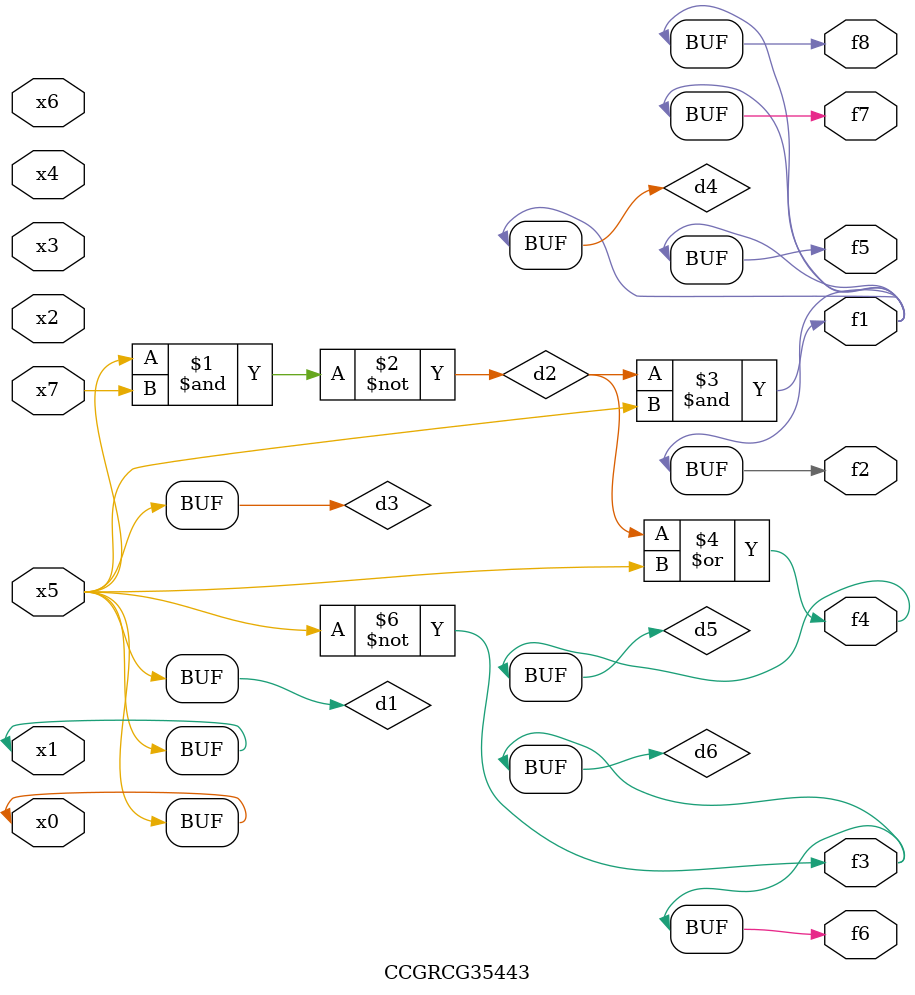
<source format=v>
module CCGRCG35443(
	input x0, x1, x2, x3, x4, x5, x6, x7,
	output f1, f2, f3, f4, f5, f6, f7, f8
);

	wire d1, d2, d3, d4, d5, d6;

	buf (d1, x0, x5);
	nand (d2, x5, x7);
	buf (d3, x0, x1);
	and (d4, d2, d3);
	or (d5, d2, d3);
	nor (d6, d1, d3);
	assign f1 = d4;
	assign f2 = d4;
	assign f3 = d6;
	assign f4 = d5;
	assign f5 = d4;
	assign f6 = d6;
	assign f7 = d4;
	assign f8 = d4;
endmodule

</source>
